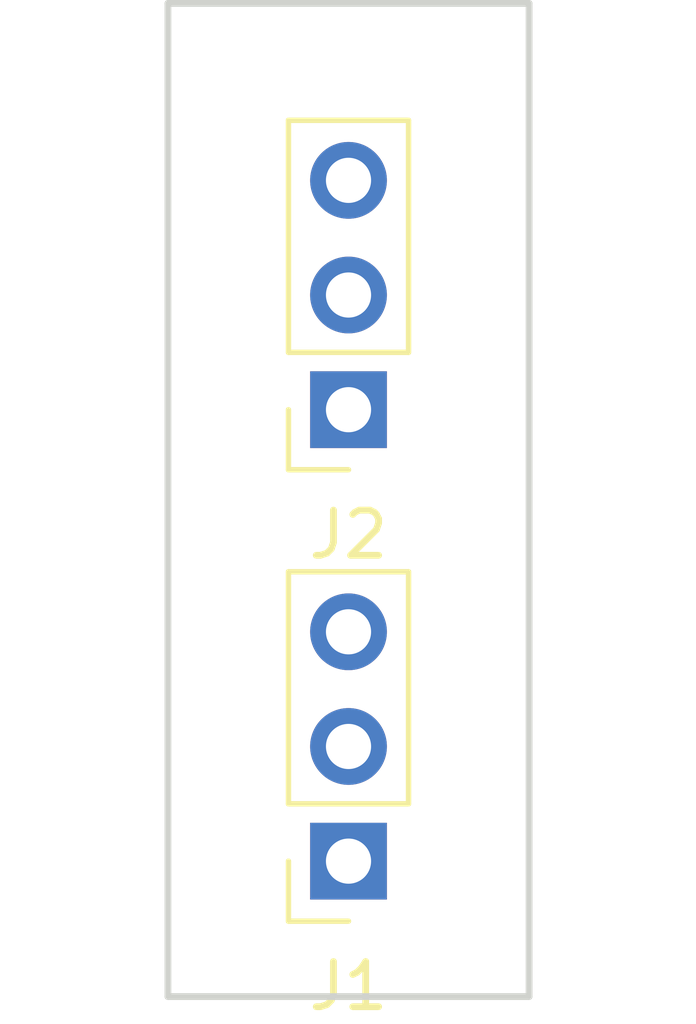
<source format=kicad_pcb>
(kicad_pcb (version 20171130) (host pcbnew "(5.0.0-rc2-35-gda6600525)")

  (general
    (thickness 1.6)
    (drawings 4)
    (tracks 0)
    (zones 0)
    (modules 2)
    (nets 3)
  )

  (page A4)
  (layers
    (0 F.Cu signal)
    (31 B.Cu signal)
    (32 B.Adhes user)
    (33 F.Adhes user)
    (34 B.Paste user)
    (35 F.Paste user)
    (36 B.SilkS user)
    (37 F.SilkS user)
    (38 B.Mask user)
    (39 F.Mask user)
    (40 Dwgs.User user)
    (41 Cmts.User user)
    (42 Eco1.User user)
    (43 Eco2.User user)
    (44 Edge.Cuts user)
    (45 Margin user)
    (46 B.CrtYd user)
    (47 F.CrtYd user)
    (48 B.Fab user)
    (49 F.Fab user)
  )

  (setup
    (last_trace_width 0.25)
    (trace_clearance 0.2)
    (zone_clearance 0.508)
    (zone_45_only no)
    (trace_min 0.2)
    (segment_width 0.2)
    (edge_width 0.15)
    (via_size 0.8)
    (via_drill 0.4)
    (via_min_size 0.4)
    (via_min_drill 0.3)
    (uvia_size 0.3)
    (uvia_drill 0.1)
    (uvias_allowed no)
    (uvia_min_size 0.2)
    (uvia_min_drill 0.1)
    (pcb_text_width 0.3)
    (pcb_text_size 1.5 1.5)
    (mod_edge_width 0.15)
    (mod_text_size 1 1)
    (mod_text_width 0.15)
    (pad_size 1.524 1.524)
    (pad_drill 0.762)
    (pad_to_mask_clearance 0.2)
    (aux_axis_origin 0 0)
    (visible_elements FFFFFF7F)
    (pcbplotparams
      (layerselection 0x010fc_ffffffff)
      (usegerberextensions false)
      (usegerberattributes false)
      (usegerberadvancedattributes false)
      (creategerberjobfile false)
      (excludeedgelayer true)
      (linewidth 0.100000)
      (plotframeref false)
      (viasonmask false)
      (mode 1)
      (useauxorigin false)
      (hpglpennumber 1)
      (hpglpenspeed 20)
      (hpglpendiameter 15.000000)
      (psnegative false)
      (psa4output false)
      (plotreference true)
      (plotvalue true)
      (plotinvisibletext false)
      (padsonsilk false)
      (subtractmaskfromsilk false)
      (outputformat 1)
      (mirror false)
      (drillshape 1)
      (scaleselection 1)
      (outputdirectory ""))
  )

  (net 0 "")
  (net 1 "Net-(BT1-Pad1)")
  (net 2 "Net-(BT1-Pad2)")

  (net_class Default "This is the default net class."
    (clearance 0.2)
    (trace_width 0.25)
    (via_dia 0.8)
    (via_drill 0.4)
    (uvia_dia 0.3)
    (uvia_drill 0.1)
    (add_net "Net-(BT1-Pad1)")
    (add_net "Net-(BT1-Pad2)")
  )

  (module Connector_PinSocket_2.54mm:PinSocket_1x03_P2.54mm_Vertical (layer F.Cu) (tedit 5A19A429) (tstamp 5B16EFDB)
    (at 100 110 180)
    (descr "Through hole straight socket strip, 1x03, 2.54mm pitch, single row (from Kicad 4.0.7), script generated")
    (tags "Through hole socket strip THT 1x03 2.54mm single row")
    (path /5B1574DD)
    (fp_text reference J1 (at 0 -2.77 180) (layer F.SilkS)
      (effects (font (size 1 1) (thickness 0.15)))
    )
    (fp_text value Conn_01x03_Female (at 0 7.85 180) (layer F.Fab)
      (effects (font (size 1 1) (thickness 0.15)))
    )
    (fp_line (start -1.27 -1.27) (end 0.635 -1.27) (layer F.Fab) (width 0.1))
    (fp_line (start 0.635 -1.27) (end 1.27 -0.635) (layer F.Fab) (width 0.1))
    (fp_line (start 1.27 -0.635) (end 1.27 6.35) (layer F.Fab) (width 0.1))
    (fp_line (start 1.27 6.35) (end -1.27 6.35) (layer F.Fab) (width 0.1))
    (fp_line (start -1.27 6.35) (end -1.27 -1.27) (layer F.Fab) (width 0.1))
    (fp_line (start -1.33 1.27) (end 1.33 1.27) (layer F.SilkS) (width 0.12))
    (fp_line (start -1.33 1.27) (end -1.33 6.41) (layer F.SilkS) (width 0.12))
    (fp_line (start -1.33 6.41) (end 1.33 6.41) (layer F.SilkS) (width 0.12))
    (fp_line (start 1.33 1.27) (end 1.33 6.41) (layer F.SilkS) (width 0.12))
    (fp_line (start 1.33 -1.33) (end 1.33 0) (layer F.SilkS) (width 0.12))
    (fp_line (start 0 -1.33) (end 1.33 -1.33) (layer F.SilkS) (width 0.12))
    (fp_line (start -1.8 -1.8) (end 1.75 -1.8) (layer F.CrtYd) (width 0.05))
    (fp_line (start 1.75 -1.8) (end 1.75 6.85) (layer F.CrtYd) (width 0.05))
    (fp_line (start 1.75 6.85) (end -1.8 6.85) (layer F.CrtYd) (width 0.05))
    (fp_line (start -1.8 6.85) (end -1.8 -1.8) (layer F.CrtYd) (width 0.05))
    (fp_text user %R (at 0 2.54 270) (layer F.Fab)
      (effects (font (size 1 1) (thickness 0.15)))
    )
    (pad 1 thru_hole rect (at 0 0 180) (size 1.7 1.7) (drill 1) (layers *.Cu *.Mask)
      (net 1 "Net-(BT1-Pad1)"))
    (pad 2 thru_hole oval (at 0 2.54 180) (size 1.7 1.7) (drill 1) (layers *.Cu *.Mask)
      (net 1 "Net-(BT1-Pad1)"))
    (pad 3 thru_hole oval (at 0 5.08 180) (size 1.7 1.7) (drill 1) (layers *.Cu *.Mask)
      (net 1 "Net-(BT1-Pad1)"))
    (model ${KISYS3DMOD}/Connector_PinSocket_2.54mm.3dshapes/PinSocket_1x03_P2.54mm_Vertical.wrl
      (at (xyz 0 0 0))
      (scale (xyz 1 1 1))
      (rotate (xyz 0 0 0))
    )
  )

  (module Connector_PinSocket_2.54mm:PinSocket_1x03_P2.54mm_Vertical (layer F.Cu) (tedit 5A19A429) (tstamp 5B16EFF1)
    (at 100 100 180)
    (descr "Through hole straight socket strip, 1x03, 2.54mm pitch, single row (from Kicad 4.0.7), script generated")
    (tags "Through hole socket strip THT 1x03 2.54mm single row")
    (path /5B157552)
    (fp_text reference J2 (at 0 -2.77 180) (layer F.SilkS)
      (effects (font (size 1 1) (thickness 0.15)))
    )
    (fp_text value Conn_01x03_Female (at 0 7.85 180) (layer F.Fab)
      (effects (font (size 1 1) (thickness 0.15)))
    )
    (fp_text user %R (at 0 2.54 270) (layer F.Fab)
      (effects (font (size 1 1) (thickness 0.15)))
    )
    (fp_line (start -1.8 6.85) (end -1.8 -1.8) (layer F.CrtYd) (width 0.05))
    (fp_line (start 1.75 6.85) (end -1.8 6.85) (layer F.CrtYd) (width 0.05))
    (fp_line (start 1.75 -1.8) (end 1.75 6.85) (layer F.CrtYd) (width 0.05))
    (fp_line (start -1.8 -1.8) (end 1.75 -1.8) (layer F.CrtYd) (width 0.05))
    (fp_line (start 0 -1.33) (end 1.33 -1.33) (layer F.SilkS) (width 0.12))
    (fp_line (start 1.33 -1.33) (end 1.33 0) (layer F.SilkS) (width 0.12))
    (fp_line (start 1.33 1.27) (end 1.33 6.41) (layer F.SilkS) (width 0.12))
    (fp_line (start -1.33 6.41) (end 1.33 6.41) (layer F.SilkS) (width 0.12))
    (fp_line (start -1.33 1.27) (end -1.33 6.41) (layer F.SilkS) (width 0.12))
    (fp_line (start -1.33 1.27) (end 1.33 1.27) (layer F.SilkS) (width 0.12))
    (fp_line (start -1.27 6.35) (end -1.27 -1.27) (layer F.Fab) (width 0.1))
    (fp_line (start 1.27 6.35) (end -1.27 6.35) (layer F.Fab) (width 0.1))
    (fp_line (start 1.27 -0.635) (end 1.27 6.35) (layer F.Fab) (width 0.1))
    (fp_line (start 0.635 -1.27) (end 1.27 -0.635) (layer F.Fab) (width 0.1))
    (fp_line (start -1.27 -1.27) (end 0.635 -1.27) (layer F.Fab) (width 0.1))
    (pad 3 thru_hole oval (at 0 5.08 180) (size 1.7 1.7) (drill 1) (layers *.Cu *.Mask)
      (net 2 "Net-(BT1-Pad2)"))
    (pad 2 thru_hole oval (at 0 2.54 180) (size 1.7 1.7) (drill 1) (layers *.Cu *.Mask)
      (net 2 "Net-(BT1-Pad2)"))
    (pad 1 thru_hole rect (at 0 0 180) (size 1.7 1.7) (drill 1) (layers *.Cu *.Mask)
      (net 2 "Net-(BT1-Pad2)"))
    (model ${KISYS3DMOD}/Connector_PinSocket_2.54mm.3dshapes/PinSocket_1x03_P2.54mm_Vertical.wrl
      (at (xyz 0 0 0))
      (scale (xyz 1 1 1))
      (rotate (xyz 0 0 0))
    )
  )

  (gr_line (start 96 113) (end 96 91) (layer Edge.Cuts) (width 0.15))
  (gr_line (start 96 113) (end 104 113) (layer Edge.Cuts) (width 0.15))
  (gr_line (start 104 91) (end 104 113) (layer Edge.Cuts) (width 0.15))
  (gr_line (start 96 91) (end 104 91) (layer Edge.Cuts) (width 0.15))

)

</source>
